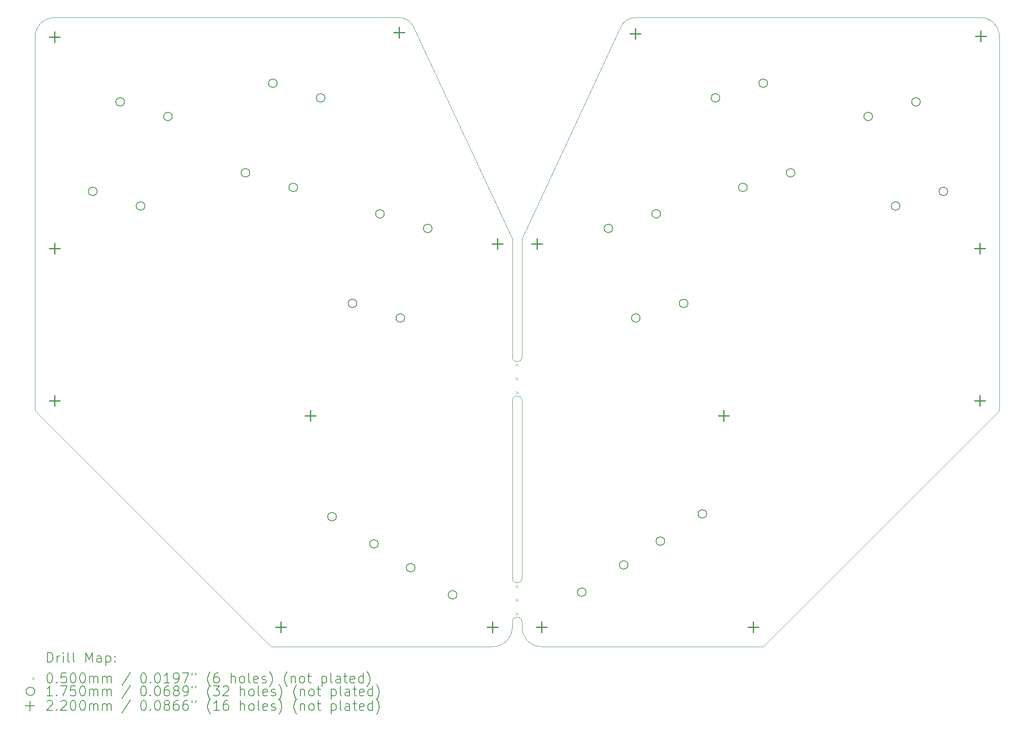
<source format=gbr>
%TF.GenerationSoftware,KiCad,Pcbnew,(6.0.10)*%
%TF.CreationDate,2023-07-31T18:03:33+01:00*%
%TF.ProjectId,magnetonekeys,6d61676e-6574-46f6-9e65-6b6579732e6b,rev?*%
%TF.SameCoordinates,Original*%
%TF.FileFunction,Drillmap*%
%TF.FilePolarity,Positive*%
%FSLAX45Y45*%
G04 Gerber Fmt 4.5, Leading zero omitted, Abs format (unit mm)*
G04 Created by KiCad (PCBNEW (6.0.10)) date 2023-07-31 18:03:33*
%MOMM*%
%LPD*%
G01*
G04 APERTURE LIST*
%ADD10C,0.100000*%
%ADD11C,0.200000*%
%ADD12C,0.050000*%
%ADD13C,0.175000*%
%ADD14C,0.220000*%
G04 APERTURE END LIST*
D10*
X15239375Y-14378687D02*
G75*
G03*
X15439375Y-14378687I100000J0D01*
G01*
X14839375Y-15778685D02*
G75*
G03*
X15239375Y-15378687I5J399995D01*
G01*
X5539375Y-3378687D02*
X5539375Y-10978688D01*
X17739375Y-2978684D02*
G75*
G03*
X17439375Y-3178687I5J-325006D01*
G01*
X15239375Y-7478687D02*
X15239375Y-9878688D01*
X5939375Y-2978687D02*
G75*
G03*
X5539375Y-3378687I0J-400000D01*
G01*
X15239375Y-15278687D02*
X15239375Y-15378687D01*
X5939375Y-2978687D02*
X12939375Y-2978687D01*
X15439375Y-10778688D02*
G75*
G03*
X15239375Y-10778688I-100000J0D01*
G01*
X15239375Y-9878688D02*
G75*
G03*
X15439375Y-9878688I100000J0D01*
G01*
X20339375Y-15778687D02*
X25139375Y-10978688D01*
X15439375Y-14378687D02*
X15439375Y-10778688D01*
X25139375Y-8578688D02*
X25139375Y-3361530D01*
X13239372Y-3178689D02*
G75*
G03*
X12939375Y-2978687I-300002J-125001D01*
G01*
X15439372Y-15378687D02*
G75*
G03*
X15839375Y-15778687I399998J-3D01*
G01*
X15839375Y-15778687D02*
X20339375Y-15778687D01*
X15439375Y-15278687D02*
G75*
G03*
X15239375Y-15278687I-100000J0D01*
G01*
X15239375Y-7478687D02*
X13239375Y-3178687D01*
X25139375Y-10978688D02*
X25139375Y-8578688D01*
X15439375Y-7478687D02*
X15439375Y-9878688D01*
X15439375Y-15278687D02*
X15439375Y-15378687D01*
X25139370Y-3361530D02*
G75*
G03*
X24739375Y-2978687I-383210J0D01*
G01*
X5539375Y-10978688D02*
X10339375Y-15778687D01*
X15239375Y-10778688D02*
X15239375Y-14378687D01*
X15439375Y-7478687D02*
X17439375Y-3178687D01*
X17739375Y-2978687D02*
X24739375Y-2978687D01*
X10339375Y-15778687D02*
X14839375Y-15778687D01*
D11*
D12*
X15314375Y-10024688D02*
X15364375Y-10074688D01*
X15364375Y-10024688D02*
X15314375Y-10074688D01*
X15314375Y-10303688D02*
X15364375Y-10353688D01*
X15364375Y-10303688D02*
X15314375Y-10353688D01*
X15314375Y-10582688D02*
X15364375Y-10632688D01*
X15364375Y-10582688D02*
X15314375Y-10632688D01*
X15314375Y-14524687D02*
X15364375Y-14574687D01*
X15364375Y-14524687D02*
X15314375Y-14574687D01*
X15314375Y-14803687D02*
X15364375Y-14853687D01*
X15364375Y-14803687D02*
X15314375Y-14853687D01*
X15314375Y-15082687D02*
X15364375Y-15132687D01*
X15364375Y-15082687D02*
X15314375Y-15132687D01*
D13*
X6800698Y-6515405D02*
G75*
G03*
X6800698Y-6515405I-87500J0D01*
G01*
X7357666Y-4693645D02*
G75*
G03*
X7357666Y-4693645I-87500J0D01*
G01*
X7772304Y-6812455D02*
G75*
G03*
X7772304Y-6812455I-87500J0D01*
G01*
X8329272Y-4990694D02*
G75*
G03*
X8329272Y-4990694I-87500J0D01*
G01*
X9904651Y-6136350D02*
G75*
G03*
X9904651Y-6136350I-87500J0D01*
G01*
X10461619Y-4314590D02*
G75*
G03*
X10461619Y-4314590I-87500J0D01*
G01*
X10876257Y-6433400D02*
G75*
G03*
X10876257Y-6433400I-87500J0D01*
G01*
X11433225Y-4611639D02*
G75*
G03*
X11433225Y-4611639I-87500J0D01*
G01*
X11664389Y-13132368D02*
G75*
G03*
X11664389Y-13132368I-87500J0D01*
G01*
X12080324Y-8793563D02*
G75*
G03*
X12080324Y-8793563I-87500J0D01*
G01*
X12516478Y-13685721D02*
G75*
G03*
X12516478Y-13685721I-87500J0D01*
G01*
X12637292Y-6971802D02*
G75*
G03*
X12637292Y-6971802I-87500J0D01*
G01*
X13051930Y-9090613D02*
G75*
G03*
X13051930Y-9090613I-87500J0D01*
G01*
X13262056Y-14169905D02*
G75*
G03*
X13262056Y-14169905I-87500J0D01*
G01*
X13608898Y-7268852D02*
G75*
G03*
X13608898Y-7268852I-87500J0D01*
G01*
X14114145Y-14723259D02*
G75*
G03*
X14114145Y-14723259I-87500J0D01*
G01*
X16739661Y-14668116D02*
G75*
G03*
X16739661Y-14668116I-87500J0D01*
G01*
X17280719Y-7268852D02*
G75*
G03*
X17280719Y-7268852I-87500J0D01*
G01*
X17591750Y-14114763D02*
G75*
G03*
X17591750Y-14114763I-87500J0D01*
G01*
X17837687Y-9090613D02*
G75*
G03*
X17837687Y-9090613I-87500J0D01*
G01*
X18252325Y-6971802D02*
G75*
G03*
X18252325Y-6971802I-87500J0D01*
G01*
X18337329Y-13630579D02*
G75*
G03*
X18337329Y-13630579I-87500J0D01*
G01*
X18809292Y-8793563D02*
G75*
G03*
X18809292Y-8793563I-87500J0D01*
G01*
X19189418Y-13077226D02*
G75*
G03*
X19189418Y-13077226I-87500J0D01*
G01*
X19456392Y-4611639D02*
G75*
G03*
X19456392Y-4611639I-87500J0D01*
G01*
X20013360Y-6433400D02*
G75*
G03*
X20013360Y-6433400I-87500J0D01*
G01*
X20427997Y-4314590D02*
G75*
G03*
X20427997Y-4314590I-87500J0D01*
G01*
X20984965Y-6136350D02*
G75*
G03*
X20984965Y-6136350I-87500J0D01*
G01*
X22560344Y-4990694D02*
G75*
G03*
X22560344Y-4990694I-87500J0D01*
G01*
X23117313Y-6812455D02*
G75*
G03*
X23117313Y-6812455I-87500J0D01*
G01*
X23531950Y-4693645D02*
G75*
G03*
X23531950Y-4693645I-87500J0D01*
G01*
X24088918Y-6515405D02*
G75*
G03*
X24088918Y-6515405I-87500J0D01*
G01*
D14*
X5939375Y-7568687D02*
X5939375Y-7788687D01*
X5829375Y-7678687D02*
X6049375Y-7678687D01*
X5939375Y-10668688D02*
X5939375Y-10888688D01*
X5829375Y-10778688D02*
X6049375Y-10778688D01*
X5939375Y-3268687D02*
X5939375Y-3488687D01*
X5829375Y-3378687D02*
X6049375Y-3378687D01*
X10539375Y-15268687D02*
X10539375Y-15488687D01*
X10429375Y-15378687D02*
X10649375Y-15378687D01*
X11139375Y-10968688D02*
X11139375Y-11188687D01*
X11029375Y-11078688D02*
X11249375Y-11078688D01*
X12939375Y-3168687D02*
X12939375Y-3388687D01*
X12829375Y-3278687D02*
X13049375Y-3278687D01*
X14839375Y-15268688D02*
X14839375Y-15488688D01*
X14729375Y-15378688D02*
X14949375Y-15378688D01*
X14939375Y-7468687D02*
X14939375Y-7688687D01*
X14829375Y-7578687D02*
X15049375Y-7578687D01*
X15739375Y-7468687D02*
X15739375Y-7688687D01*
X15629375Y-7578687D02*
X15849375Y-7578687D01*
X15839375Y-15268688D02*
X15839375Y-15488688D01*
X15729375Y-15378688D02*
X15949375Y-15378688D01*
X17739375Y-3193688D02*
X17739375Y-3413688D01*
X17629375Y-3303688D02*
X17849375Y-3303688D01*
X19539375Y-10968688D02*
X19539375Y-11188687D01*
X19429375Y-11078688D02*
X19649375Y-11078688D01*
X20139375Y-15268687D02*
X20139375Y-15488687D01*
X20029375Y-15378687D02*
X20249375Y-15378687D01*
X24739375Y-7568687D02*
X24739375Y-7788687D01*
X24629375Y-7678687D02*
X24849375Y-7678687D01*
X24739375Y-10668688D02*
X24739375Y-10888688D01*
X24629375Y-10778688D02*
X24849375Y-10778688D01*
X24756164Y-3251530D02*
X24756164Y-3471530D01*
X24646164Y-3361530D02*
X24866164Y-3361530D01*
D11*
X5791994Y-16094164D02*
X5791994Y-15894164D01*
X5839613Y-15894164D01*
X5868184Y-15903687D01*
X5887232Y-15922735D01*
X5896756Y-15941783D01*
X5906280Y-15979878D01*
X5906280Y-16008449D01*
X5896756Y-16046545D01*
X5887232Y-16065592D01*
X5868184Y-16084640D01*
X5839613Y-16094164D01*
X5791994Y-16094164D01*
X5991994Y-16094164D02*
X5991994Y-15960830D01*
X5991994Y-15998925D02*
X6001518Y-15979878D01*
X6011042Y-15970354D01*
X6030089Y-15960830D01*
X6049137Y-15960830D01*
X6115803Y-16094164D02*
X6115803Y-15960830D01*
X6115803Y-15894164D02*
X6106280Y-15903687D01*
X6115803Y-15913211D01*
X6125327Y-15903687D01*
X6115803Y-15894164D01*
X6115803Y-15913211D01*
X6239613Y-16094164D02*
X6220565Y-16084640D01*
X6211042Y-16065592D01*
X6211042Y-15894164D01*
X6344375Y-16094164D02*
X6325327Y-16084640D01*
X6315803Y-16065592D01*
X6315803Y-15894164D01*
X6572946Y-16094164D02*
X6572946Y-15894164D01*
X6639613Y-16037021D01*
X6706280Y-15894164D01*
X6706280Y-16094164D01*
X6887232Y-16094164D02*
X6887232Y-15989402D01*
X6877708Y-15970354D01*
X6858661Y-15960830D01*
X6820565Y-15960830D01*
X6801518Y-15970354D01*
X6887232Y-16084640D02*
X6868184Y-16094164D01*
X6820565Y-16094164D01*
X6801518Y-16084640D01*
X6791994Y-16065592D01*
X6791994Y-16046545D01*
X6801518Y-16027497D01*
X6820565Y-16017973D01*
X6868184Y-16017973D01*
X6887232Y-16008449D01*
X6982470Y-15960830D02*
X6982470Y-16160830D01*
X6982470Y-15970354D02*
X7001518Y-15960830D01*
X7039613Y-15960830D01*
X7058661Y-15970354D01*
X7068184Y-15979878D01*
X7077708Y-15998925D01*
X7077708Y-16056068D01*
X7068184Y-16075116D01*
X7058661Y-16084640D01*
X7039613Y-16094164D01*
X7001518Y-16094164D01*
X6982470Y-16084640D01*
X7163423Y-16075116D02*
X7172946Y-16084640D01*
X7163423Y-16094164D01*
X7153899Y-16084640D01*
X7163423Y-16075116D01*
X7163423Y-16094164D01*
X7163423Y-15970354D02*
X7172946Y-15979878D01*
X7163423Y-15989402D01*
X7153899Y-15979878D01*
X7163423Y-15970354D01*
X7163423Y-15989402D01*
D12*
X5484375Y-16398687D02*
X5534375Y-16448687D01*
X5534375Y-16398687D02*
X5484375Y-16448687D01*
D11*
X5830089Y-16314164D02*
X5849137Y-16314164D01*
X5868184Y-16323687D01*
X5877708Y-16333211D01*
X5887232Y-16352259D01*
X5896756Y-16390354D01*
X5896756Y-16437973D01*
X5887232Y-16476068D01*
X5877708Y-16495116D01*
X5868184Y-16504640D01*
X5849137Y-16514164D01*
X5830089Y-16514164D01*
X5811042Y-16504640D01*
X5801518Y-16495116D01*
X5791994Y-16476068D01*
X5782470Y-16437973D01*
X5782470Y-16390354D01*
X5791994Y-16352259D01*
X5801518Y-16333211D01*
X5811042Y-16323687D01*
X5830089Y-16314164D01*
X5982470Y-16495116D02*
X5991994Y-16504640D01*
X5982470Y-16514164D01*
X5972946Y-16504640D01*
X5982470Y-16495116D01*
X5982470Y-16514164D01*
X6172946Y-16314164D02*
X6077708Y-16314164D01*
X6068184Y-16409402D01*
X6077708Y-16399878D01*
X6096756Y-16390354D01*
X6144375Y-16390354D01*
X6163423Y-16399878D01*
X6172946Y-16409402D01*
X6182470Y-16428449D01*
X6182470Y-16476068D01*
X6172946Y-16495116D01*
X6163423Y-16504640D01*
X6144375Y-16514164D01*
X6096756Y-16514164D01*
X6077708Y-16504640D01*
X6068184Y-16495116D01*
X6306280Y-16314164D02*
X6325327Y-16314164D01*
X6344375Y-16323687D01*
X6353899Y-16333211D01*
X6363423Y-16352259D01*
X6372946Y-16390354D01*
X6372946Y-16437973D01*
X6363423Y-16476068D01*
X6353899Y-16495116D01*
X6344375Y-16504640D01*
X6325327Y-16514164D01*
X6306280Y-16514164D01*
X6287232Y-16504640D01*
X6277708Y-16495116D01*
X6268184Y-16476068D01*
X6258661Y-16437973D01*
X6258661Y-16390354D01*
X6268184Y-16352259D01*
X6277708Y-16333211D01*
X6287232Y-16323687D01*
X6306280Y-16314164D01*
X6496756Y-16314164D02*
X6515803Y-16314164D01*
X6534851Y-16323687D01*
X6544375Y-16333211D01*
X6553899Y-16352259D01*
X6563423Y-16390354D01*
X6563423Y-16437973D01*
X6553899Y-16476068D01*
X6544375Y-16495116D01*
X6534851Y-16504640D01*
X6515803Y-16514164D01*
X6496756Y-16514164D01*
X6477708Y-16504640D01*
X6468184Y-16495116D01*
X6458661Y-16476068D01*
X6449137Y-16437973D01*
X6449137Y-16390354D01*
X6458661Y-16352259D01*
X6468184Y-16333211D01*
X6477708Y-16323687D01*
X6496756Y-16314164D01*
X6649137Y-16514164D02*
X6649137Y-16380830D01*
X6649137Y-16399878D02*
X6658661Y-16390354D01*
X6677708Y-16380830D01*
X6706280Y-16380830D01*
X6725327Y-16390354D01*
X6734851Y-16409402D01*
X6734851Y-16514164D01*
X6734851Y-16409402D02*
X6744375Y-16390354D01*
X6763423Y-16380830D01*
X6791994Y-16380830D01*
X6811042Y-16390354D01*
X6820565Y-16409402D01*
X6820565Y-16514164D01*
X6915803Y-16514164D02*
X6915803Y-16380830D01*
X6915803Y-16399878D02*
X6925327Y-16390354D01*
X6944375Y-16380830D01*
X6972946Y-16380830D01*
X6991994Y-16390354D01*
X7001518Y-16409402D01*
X7001518Y-16514164D01*
X7001518Y-16409402D02*
X7011042Y-16390354D01*
X7030089Y-16380830D01*
X7058661Y-16380830D01*
X7077708Y-16390354D01*
X7087232Y-16409402D01*
X7087232Y-16514164D01*
X7477708Y-16304640D02*
X7306280Y-16561783D01*
X7734851Y-16314164D02*
X7753899Y-16314164D01*
X7772946Y-16323687D01*
X7782470Y-16333211D01*
X7791994Y-16352259D01*
X7801518Y-16390354D01*
X7801518Y-16437973D01*
X7791994Y-16476068D01*
X7782470Y-16495116D01*
X7772946Y-16504640D01*
X7753899Y-16514164D01*
X7734851Y-16514164D01*
X7715803Y-16504640D01*
X7706280Y-16495116D01*
X7696756Y-16476068D01*
X7687232Y-16437973D01*
X7687232Y-16390354D01*
X7696756Y-16352259D01*
X7706280Y-16333211D01*
X7715803Y-16323687D01*
X7734851Y-16314164D01*
X7887232Y-16495116D02*
X7896756Y-16504640D01*
X7887232Y-16514164D01*
X7877708Y-16504640D01*
X7887232Y-16495116D01*
X7887232Y-16514164D01*
X8020565Y-16314164D02*
X8039613Y-16314164D01*
X8058661Y-16323687D01*
X8068184Y-16333211D01*
X8077708Y-16352259D01*
X8087232Y-16390354D01*
X8087232Y-16437973D01*
X8077708Y-16476068D01*
X8068184Y-16495116D01*
X8058661Y-16504640D01*
X8039613Y-16514164D01*
X8020565Y-16514164D01*
X8001518Y-16504640D01*
X7991994Y-16495116D01*
X7982470Y-16476068D01*
X7972946Y-16437973D01*
X7972946Y-16390354D01*
X7982470Y-16352259D01*
X7991994Y-16333211D01*
X8001518Y-16323687D01*
X8020565Y-16314164D01*
X8277708Y-16514164D02*
X8163423Y-16514164D01*
X8220565Y-16514164D02*
X8220565Y-16314164D01*
X8201518Y-16342735D01*
X8182470Y-16361783D01*
X8163423Y-16371306D01*
X8372946Y-16514164D02*
X8411042Y-16514164D01*
X8430089Y-16504640D01*
X8439613Y-16495116D01*
X8458661Y-16466545D01*
X8468185Y-16428449D01*
X8468185Y-16352259D01*
X8458661Y-16333211D01*
X8449137Y-16323687D01*
X8430089Y-16314164D01*
X8391994Y-16314164D01*
X8372946Y-16323687D01*
X8363423Y-16333211D01*
X8353899Y-16352259D01*
X8353899Y-16399878D01*
X8363423Y-16418925D01*
X8372946Y-16428449D01*
X8391994Y-16437973D01*
X8430089Y-16437973D01*
X8449137Y-16428449D01*
X8458661Y-16418925D01*
X8468185Y-16399878D01*
X8534851Y-16314164D02*
X8668185Y-16314164D01*
X8582470Y-16514164D01*
X8734851Y-16314164D02*
X8734851Y-16352259D01*
X8811042Y-16314164D02*
X8811042Y-16352259D01*
X9106280Y-16590354D02*
X9096756Y-16580830D01*
X9077708Y-16552259D01*
X9068185Y-16533211D01*
X9058661Y-16504640D01*
X9049137Y-16457021D01*
X9049137Y-16418925D01*
X9058661Y-16371306D01*
X9068185Y-16342735D01*
X9077708Y-16323687D01*
X9096756Y-16295116D01*
X9106280Y-16285592D01*
X9268185Y-16314164D02*
X9230089Y-16314164D01*
X9211042Y-16323687D01*
X9201518Y-16333211D01*
X9182470Y-16361783D01*
X9172946Y-16399878D01*
X9172946Y-16476068D01*
X9182470Y-16495116D01*
X9191994Y-16504640D01*
X9211042Y-16514164D01*
X9249137Y-16514164D01*
X9268185Y-16504640D01*
X9277708Y-16495116D01*
X9287232Y-16476068D01*
X9287232Y-16428449D01*
X9277708Y-16409402D01*
X9268185Y-16399878D01*
X9249137Y-16390354D01*
X9211042Y-16390354D01*
X9191994Y-16399878D01*
X9182470Y-16409402D01*
X9172946Y-16428449D01*
X9525327Y-16514164D02*
X9525327Y-16314164D01*
X9611042Y-16514164D02*
X9611042Y-16409402D01*
X9601518Y-16390354D01*
X9582470Y-16380830D01*
X9553899Y-16380830D01*
X9534851Y-16390354D01*
X9525327Y-16399878D01*
X9734851Y-16514164D02*
X9715804Y-16504640D01*
X9706280Y-16495116D01*
X9696756Y-16476068D01*
X9696756Y-16418925D01*
X9706280Y-16399878D01*
X9715804Y-16390354D01*
X9734851Y-16380830D01*
X9763423Y-16380830D01*
X9782470Y-16390354D01*
X9791994Y-16399878D01*
X9801518Y-16418925D01*
X9801518Y-16476068D01*
X9791994Y-16495116D01*
X9782470Y-16504640D01*
X9763423Y-16514164D01*
X9734851Y-16514164D01*
X9915804Y-16514164D02*
X9896756Y-16504640D01*
X9887232Y-16485592D01*
X9887232Y-16314164D01*
X10068185Y-16504640D02*
X10049137Y-16514164D01*
X10011042Y-16514164D01*
X9991994Y-16504640D01*
X9982470Y-16485592D01*
X9982470Y-16409402D01*
X9991994Y-16390354D01*
X10011042Y-16380830D01*
X10049137Y-16380830D01*
X10068185Y-16390354D01*
X10077708Y-16409402D01*
X10077708Y-16428449D01*
X9982470Y-16447497D01*
X10153899Y-16504640D02*
X10172946Y-16514164D01*
X10211042Y-16514164D01*
X10230089Y-16504640D01*
X10239613Y-16485592D01*
X10239613Y-16476068D01*
X10230089Y-16457021D01*
X10211042Y-16447497D01*
X10182470Y-16447497D01*
X10163423Y-16437973D01*
X10153899Y-16418925D01*
X10153899Y-16409402D01*
X10163423Y-16390354D01*
X10182470Y-16380830D01*
X10211042Y-16380830D01*
X10230089Y-16390354D01*
X10306280Y-16590354D02*
X10315804Y-16580830D01*
X10334851Y-16552259D01*
X10344375Y-16533211D01*
X10353899Y-16504640D01*
X10363423Y-16457021D01*
X10363423Y-16418925D01*
X10353899Y-16371306D01*
X10344375Y-16342735D01*
X10334851Y-16323687D01*
X10315804Y-16295116D01*
X10306280Y-16285592D01*
X10668185Y-16590354D02*
X10658661Y-16580830D01*
X10639613Y-16552259D01*
X10630089Y-16533211D01*
X10620565Y-16504640D01*
X10611042Y-16457021D01*
X10611042Y-16418925D01*
X10620565Y-16371306D01*
X10630089Y-16342735D01*
X10639613Y-16323687D01*
X10658661Y-16295116D01*
X10668185Y-16285592D01*
X10744375Y-16380830D02*
X10744375Y-16514164D01*
X10744375Y-16399878D02*
X10753899Y-16390354D01*
X10772946Y-16380830D01*
X10801518Y-16380830D01*
X10820565Y-16390354D01*
X10830089Y-16409402D01*
X10830089Y-16514164D01*
X10953899Y-16514164D02*
X10934851Y-16504640D01*
X10925327Y-16495116D01*
X10915804Y-16476068D01*
X10915804Y-16418925D01*
X10925327Y-16399878D01*
X10934851Y-16390354D01*
X10953899Y-16380830D01*
X10982470Y-16380830D01*
X11001518Y-16390354D01*
X11011042Y-16399878D01*
X11020565Y-16418925D01*
X11020565Y-16476068D01*
X11011042Y-16495116D01*
X11001518Y-16504640D01*
X10982470Y-16514164D01*
X10953899Y-16514164D01*
X11077708Y-16380830D02*
X11153899Y-16380830D01*
X11106280Y-16314164D02*
X11106280Y-16485592D01*
X11115804Y-16504640D01*
X11134851Y-16514164D01*
X11153899Y-16514164D01*
X11372946Y-16380830D02*
X11372946Y-16580830D01*
X11372946Y-16390354D02*
X11391994Y-16380830D01*
X11430089Y-16380830D01*
X11449137Y-16390354D01*
X11458661Y-16399878D01*
X11468184Y-16418925D01*
X11468184Y-16476068D01*
X11458661Y-16495116D01*
X11449137Y-16504640D01*
X11430089Y-16514164D01*
X11391994Y-16514164D01*
X11372946Y-16504640D01*
X11582470Y-16514164D02*
X11563423Y-16504640D01*
X11553899Y-16485592D01*
X11553899Y-16314164D01*
X11744375Y-16514164D02*
X11744375Y-16409402D01*
X11734851Y-16390354D01*
X11715803Y-16380830D01*
X11677708Y-16380830D01*
X11658661Y-16390354D01*
X11744375Y-16504640D02*
X11725327Y-16514164D01*
X11677708Y-16514164D01*
X11658661Y-16504640D01*
X11649137Y-16485592D01*
X11649137Y-16466545D01*
X11658661Y-16447497D01*
X11677708Y-16437973D01*
X11725327Y-16437973D01*
X11744375Y-16428449D01*
X11811042Y-16380830D02*
X11887232Y-16380830D01*
X11839613Y-16314164D02*
X11839613Y-16485592D01*
X11849137Y-16504640D01*
X11868184Y-16514164D01*
X11887232Y-16514164D01*
X12030089Y-16504640D02*
X12011042Y-16514164D01*
X11972946Y-16514164D01*
X11953899Y-16504640D01*
X11944375Y-16485592D01*
X11944375Y-16409402D01*
X11953899Y-16390354D01*
X11972946Y-16380830D01*
X12011042Y-16380830D01*
X12030089Y-16390354D01*
X12039613Y-16409402D01*
X12039613Y-16428449D01*
X11944375Y-16447497D01*
X12211042Y-16514164D02*
X12211042Y-16314164D01*
X12211042Y-16504640D02*
X12191994Y-16514164D01*
X12153899Y-16514164D01*
X12134851Y-16504640D01*
X12125327Y-16495116D01*
X12115803Y-16476068D01*
X12115803Y-16418925D01*
X12125327Y-16399878D01*
X12134851Y-16390354D01*
X12153899Y-16380830D01*
X12191994Y-16380830D01*
X12211042Y-16390354D01*
X12287232Y-16590354D02*
X12296756Y-16580830D01*
X12315803Y-16552259D01*
X12325327Y-16533211D01*
X12334851Y-16504640D01*
X12344375Y-16457021D01*
X12344375Y-16418925D01*
X12334851Y-16371306D01*
X12325327Y-16342735D01*
X12315803Y-16323687D01*
X12296756Y-16295116D01*
X12287232Y-16285592D01*
D13*
X5534375Y-16687687D02*
G75*
G03*
X5534375Y-16687687I-87500J0D01*
G01*
D11*
X5896756Y-16778164D02*
X5782470Y-16778164D01*
X5839613Y-16778164D02*
X5839613Y-16578164D01*
X5820565Y-16606735D01*
X5801518Y-16625783D01*
X5782470Y-16635306D01*
X5982470Y-16759116D02*
X5991994Y-16768640D01*
X5982470Y-16778164D01*
X5972946Y-16768640D01*
X5982470Y-16759116D01*
X5982470Y-16778164D01*
X6058661Y-16578164D02*
X6191994Y-16578164D01*
X6106280Y-16778164D01*
X6363423Y-16578164D02*
X6268184Y-16578164D01*
X6258661Y-16673402D01*
X6268184Y-16663878D01*
X6287232Y-16654354D01*
X6334851Y-16654354D01*
X6353899Y-16663878D01*
X6363423Y-16673402D01*
X6372946Y-16692449D01*
X6372946Y-16740068D01*
X6363423Y-16759116D01*
X6353899Y-16768640D01*
X6334851Y-16778164D01*
X6287232Y-16778164D01*
X6268184Y-16768640D01*
X6258661Y-16759116D01*
X6496756Y-16578164D02*
X6515803Y-16578164D01*
X6534851Y-16587687D01*
X6544375Y-16597211D01*
X6553899Y-16616259D01*
X6563423Y-16654354D01*
X6563423Y-16701973D01*
X6553899Y-16740068D01*
X6544375Y-16759116D01*
X6534851Y-16768640D01*
X6515803Y-16778164D01*
X6496756Y-16778164D01*
X6477708Y-16768640D01*
X6468184Y-16759116D01*
X6458661Y-16740068D01*
X6449137Y-16701973D01*
X6449137Y-16654354D01*
X6458661Y-16616259D01*
X6468184Y-16597211D01*
X6477708Y-16587687D01*
X6496756Y-16578164D01*
X6649137Y-16778164D02*
X6649137Y-16644830D01*
X6649137Y-16663878D02*
X6658661Y-16654354D01*
X6677708Y-16644830D01*
X6706280Y-16644830D01*
X6725327Y-16654354D01*
X6734851Y-16673402D01*
X6734851Y-16778164D01*
X6734851Y-16673402D02*
X6744375Y-16654354D01*
X6763423Y-16644830D01*
X6791994Y-16644830D01*
X6811042Y-16654354D01*
X6820565Y-16673402D01*
X6820565Y-16778164D01*
X6915803Y-16778164D02*
X6915803Y-16644830D01*
X6915803Y-16663878D02*
X6925327Y-16654354D01*
X6944375Y-16644830D01*
X6972946Y-16644830D01*
X6991994Y-16654354D01*
X7001518Y-16673402D01*
X7001518Y-16778164D01*
X7001518Y-16673402D02*
X7011042Y-16654354D01*
X7030089Y-16644830D01*
X7058661Y-16644830D01*
X7077708Y-16654354D01*
X7087232Y-16673402D01*
X7087232Y-16778164D01*
X7477708Y-16568640D02*
X7306280Y-16825783D01*
X7734851Y-16578164D02*
X7753899Y-16578164D01*
X7772946Y-16587687D01*
X7782470Y-16597211D01*
X7791994Y-16616259D01*
X7801518Y-16654354D01*
X7801518Y-16701973D01*
X7791994Y-16740068D01*
X7782470Y-16759116D01*
X7772946Y-16768640D01*
X7753899Y-16778164D01*
X7734851Y-16778164D01*
X7715803Y-16768640D01*
X7706280Y-16759116D01*
X7696756Y-16740068D01*
X7687232Y-16701973D01*
X7687232Y-16654354D01*
X7696756Y-16616259D01*
X7706280Y-16597211D01*
X7715803Y-16587687D01*
X7734851Y-16578164D01*
X7887232Y-16759116D02*
X7896756Y-16768640D01*
X7887232Y-16778164D01*
X7877708Y-16768640D01*
X7887232Y-16759116D01*
X7887232Y-16778164D01*
X8020565Y-16578164D02*
X8039613Y-16578164D01*
X8058661Y-16587687D01*
X8068184Y-16597211D01*
X8077708Y-16616259D01*
X8087232Y-16654354D01*
X8087232Y-16701973D01*
X8077708Y-16740068D01*
X8068184Y-16759116D01*
X8058661Y-16768640D01*
X8039613Y-16778164D01*
X8020565Y-16778164D01*
X8001518Y-16768640D01*
X7991994Y-16759116D01*
X7982470Y-16740068D01*
X7972946Y-16701973D01*
X7972946Y-16654354D01*
X7982470Y-16616259D01*
X7991994Y-16597211D01*
X8001518Y-16587687D01*
X8020565Y-16578164D01*
X8258661Y-16578164D02*
X8220565Y-16578164D01*
X8201518Y-16587687D01*
X8191994Y-16597211D01*
X8172946Y-16625783D01*
X8163423Y-16663878D01*
X8163423Y-16740068D01*
X8172946Y-16759116D01*
X8182470Y-16768640D01*
X8201518Y-16778164D01*
X8239613Y-16778164D01*
X8258661Y-16768640D01*
X8268184Y-16759116D01*
X8277708Y-16740068D01*
X8277708Y-16692449D01*
X8268184Y-16673402D01*
X8258661Y-16663878D01*
X8239613Y-16654354D01*
X8201518Y-16654354D01*
X8182470Y-16663878D01*
X8172946Y-16673402D01*
X8163423Y-16692449D01*
X8391994Y-16663878D02*
X8372946Y-16654354D01*
X8363423Y-16644830D01*
X8353899Y-16625783D01*
X8353899Y-16616259D01*
X8363423Y-16597211D01*
X8372946Y-16587687D01*
X8391994Y-16578164D01*
X8430089Y-16578164D01*
X8449137Y-16587687D01*
X8458661Y-16597211D01*
X8468185Y-16616259D01*
X8468185Y-16625783D01*
X8458661Y-16644830D01*
X8449137Y-16654354D01*
X8430089Y-16663878D01*
X8391994Y-16663878D01*
X8372946Y-16673402D01*
X8363423Y-16682925D01*
X8353899Y-16701973D01*
X8353899Y-16740068D01*
X8363423Y-16759116D01*
X8372946Y-16768640D01*
X8391994Y-16778164D01*
X8430089Y-16778164D01*
X8449137Y-16768640D01*
X8458661Y-16759116D01*
X8468185Y-16740068D01*
X8468185Y-16701973D01*
X8458661Y-16682925D01*
X8449137Y-16673402D01*
X8430089Y-16663878D01*
X8563423Y-16778164D02*
X8601518Y-16778164D01*
X8620565Y-16768640D01*
X8630089Y-16759116D01*
X8649137Y-16730545D01*
X8658661Y-16692449D01*
X8658661Y-16616259D01*
X8649137Y-16597211D01*
X8639613Y-16587687D01*
X8620565Y-16578164D01*
X8582470Y-16578164D01*
X8563423Y-16587687D01*
X8553899Y-16597211D01*
X8544375Y-16616259D01*
X8544375Y-16663878D01*
X8553899Y-16682925D01*
X8563423Y-16692449D01*
X8582470Y-16701973D01*
X8620565Y-16701973D01*
X8639613Y-16692449D01*
X8649137Y-16682925D01*
X8658661Y-16663878D01*
X8734851Y-16578164D02*
X8734851Y-16616259D01*
X8811042Y-16578164D02*
X8811042Y-16616259D01*
X9106280Y-16854354D02*
X9096756Y-16844830D01*
X9077708Y-16816259D01*
X9068185Y-16797211D01*
X9058661Y-16768640D01*
X9049137Y-16721021D01*
X9049137Y-16682925D01*
X9058661Y-16635306D01*
X9068185Y-16606735D01*
X9077708Y-16587687D01*
X9096756Y-16559116D01*
X9106280Y-16549592D01*
X9163423Y-16578164D02*
X9287232Y-16578164D01*
X9220565Y-16654354D01*
X9249137Y-16654354D01*
X9268185Y-16663878D01*
X9277708Y-16673402D01*
X9287232Y-16692449D01*
X9287232Y-16740068D01*
X9277708Y-16759116D01*
X9268185Y-16768640D01*
X9249137Y-16778164D01*
X9191994Y-16778164D01*
X9172946Y-16768640D01*
X9163423Y-16759116D01*
X9363423Y-16597211D02*
X9372946Y-16587687D01*
X9391994Y-16578164D01*
X9439613Y-16578164D01*
X9458661Y-16587687D01*
X9468185Y-16597211D01*
X9477708Y-16616259D01*
X9477708Y-16635306D01*
X9468185Y-16663878D01*
X9353899Y-16778164D01*
X9477708Y-16778164D01*
X9715804Y-16778164D02*
X9715804Y-16578164D01*
X9801518Y-16778164D02*
X9801518Y-16673402D01*
X9791994Y-16654354D01*
X9772946Y-16644830D01*
X9744375Y-16644830D01*
X9725327Y-16654354D01*
X9715804Y-16663878D01*
X9925327Y-16778164D02*
X9906280Y-16768640D01*
X9896756Y-16759116D01*
X9887232Y-16740068D01*
X9887232Y-16682925D01*
X9896756Y-16663878D01*
X9906280Y-16654354D01*
X9925327Y-16644830D01*
X9953899Y-16644830D01*
X9972946Y-16654354D01*
X9982470Y-16663878D01*
X9991994Y-16682925D01*
X9991994Y-16740068D01*
X9982470Y-16759116D01*
X9972946Y-16768640D01*
X9953899Y-16778164D01*
X9925327Y-16778164D01*
X10106280Y-16778164D02*
X10087232Y-16768640D01*
X10077708Y-16749592D01*
X10077708Y-16578164D01*
X10258661Y-16768640D02*
X10239613Y-16778164D01*
X10201518Y-16778164D01*
X10182470Y-16768640D01*
X10172946Y-16749592D01*
X10172946Y-16673402D01*
X10182470Y-16654354D01*
X10201518Y-16644830D01*
X10239613Y-16644830D01*
X10258661Y-16654354D01*
X10268185Y-16673402D01*
X10268185Y-16692449D01*
X10172946Y-16711497D01*
X10344375Y-16768640D02*
X10363423Y-16778164D01*
X10401518Y-16778164D01*
X10420565Y-16768640D01*
X10430089Y-16749592D01*
X10430089Y-16740068D01*
X10420565Y-16721021D01*
X10401518Y-16711497D01*
X10372946Y-16711497D01*
X10353899Y-16701973D01*
X10344375Y-16682925D01*
X10344375Y-16673402D01*
X10353899Y-16654354D01*
X10372946Y-16644830D01*
X10401518Y-16644830D01*
X10420565Y-16654354D01*
X10496756Y-16854354D02*
X10506280Y-16844830D01*
X10525327Y-16816259D01*
X10534851Y-16797211D01*
X10544375Y-16768640D01*
X10553899Y-16721021D01*
X10553899Y-16682925D01*
X10544375Y-16635306D01*
X10534851Y-16606735D01*
X10525327Y-16587687D01*
X10506280Y-16559116D01*
X10496756Y-16549592D01*
X10858661Y-16854354D02*
X10849137Y-16844830D01*
X10830089Y-16816259D01*
X10820565Y-16797211D01*
X10811042Y-16768640D01*
X10801518Y-16721021D01*
X10801518Y-16682925D01*
X10811042Y-16635306D01*
X10820565Y-16606735D01*
X10830089Y-16587687D01*
X10849137Y-16559116D01*
X10858661Y-16549592D01*
X10934851Y-16644830D02*
X10934851Y-16778164D01*
X10934851Y-16663878D02*
X10944375Y-16654354D01*
X10963423Y-16644830D01*
X10991994Y-16644830D01*
X11011042Y-16654354D01*
X11020565Y-16673402D01*
X11020565Y-16778164D01*
X11144375Y-16778164D02*
X11125327Y-16768640D01*
X11115804Y-16759116D01*
X11106280Y-16740068D01*
X11106280Y-16682925D01*
X11115804Y-16663878D01*
X11125327Y-16654354D01*
X11144375Y-16644830D01*
X11172946Y-16644830D01*
X11191994Y-16654354D01*
X11201518Y-16663878D01*
X11211042Y-16682925D01*
X11211042Y-16740068D01*
X11201518Y-16759116D01*
X11191994Y-16768640D01*
X11172946Y-16778164D01*
X11144375Y-16778164D01*
X11268184Y-16644830D02*
X11344375Y-16644830D01*
X11296756Y-16578164D02*
X11296756Y-16749592D01*
X11306280Y-16768640D01*
X11325327Y-16778164D01*
X11344375Y-16778164D01*
X11563423Y-16644830D02*
X11563423Y-16844830D01*
X11563423Y-16654354D02*
X11582470Y-16644830D01*
X11620565Y-16644830D01*
X11639613Y-16654354D01*
X11649137Y-16663878D01*
X11658661Y-16682925D01*
X11658661Y-16740068D01*
X11649137Y-16759116D01*
X11639613Y-16768640D01*
X11620565Y-16778164D01*
X11582470Y-16778164D01*
X11563423Y-16768640D01*
X11772946Y-16778164D02*
X11753899Y-16768640D01*
X11744375Y-16749592D01*
X11744375Y-16578164D01*
X11934851Y-16778164D02*
X11934851Y-16673402D01*
X11925327Y-16654354D01*
X11906280Y-16644830D01*
X11868184Y-16644830D01*
X11849137Y-16654354D01*
X11934851Y-16768640D02*
X11915803Y-16778164D01*
X11868184Y-16778164D01*
X11849137Y-16768640D01*
X11839613Y-16749592D01*
X11839613Y-16730545D01*
X11849137Y-16711497D01*
X11868184Y-16701973D01*
X11915803Y-16701973D01*
X11934851Y-16692449D01*
X12001518Y-16644830D02*
X12077708Y-16644830D01*
X12030089Y-16578164D02*
X12030089Y-16749592D01*
X12039613Y-16768640D01*
X12058661Y-16778164D01*
X12077708Y-16778164D01*
X12220565Y-16768640D02*
X12201518Y-16778164D01*
X12163423Y-16778164D01*
X12144375Y-16768640D01*
X12134851Y-16749592D01*
X12134851Y-16673402D01*
X12144375Y-16654354D01*
X12163423Y-16644830D01*
X12201518Y-16644830D01*
X12220565Y-16654354D01*
X12230089Y-16673402D01*
X12230089Y-16692449D01*
X12134851Y-16711497D01*
X12401518Y-16778164D02*
X12401518Y-16578164D01*
X12401518Y-16768640D02*
X12382470Y-16778164D01*
X12344375Y-16778164D01*
X12325327Y-16768640D01*
X12315803Y-16759116D01*
X12306280Y-16740068D01*
X12306280Y-16682925D01*
X12315803Y-16663878D01*
X12325327Y-16654354D01*
X12344375Y-16644830D01*
X12382470Y-16644830D01*
X12401518Y-16654354D01*
X12477708Y-16854354D02*
X12487232Y-16844830D01*
X12506280Y-16816259D01*
X12515803Y-16797211D01*
X12525327Y-16768640D01*
X12534851Y-16721021D01*
X12534851Y-16682925D01*
X12525327Y-16635306D01*
X12515803Y-16606735D01*
X12506280Y-16587687D01*
X12487232Y-16559116D01*
X12477708Y-16549592D01*
X5434375Y-16882688D02*
X5434375Y-17082688D01*
X5334375Y-16982688D02*
X5534375Y-16982688D01*
X5782470Y-16892211D02*
X5791994Y-16882688D01*
X5811042Y-16873164D01*
X5858661Y-16873164D01*
X5877708Y-16882688D01*
X5887232Y-16892211D01*
X5896756Y-16911259D01*
X5896756Y-16930307D01*
X5887232Y-16958878D01*
X5772946Y-17073164D01*
X5896756Y-17073164D01*
X5982470Y-17054116D02*
X5991994Y-17063640D01*
X5982470Y-17073164D01*
X5972946Y-17063640D01*
X5982470Y-17054116D01*
X5982470Y-17073164D01*
X6068184Y-16892211D02*
X6077708Y-16882688D01*
X6096756Y-16873164D01*
X6144375Y-16873164D01*
X6163423Y-16882688D01*
X6172946Y-16892211D01*
X6182470Y-16911259D01*
X6182470Y-16930307D01*
X6172946Y-16958878D01*
X6058661Y-17073164D01*
X6182470Y-17073164D01*
X6306280Y-16873164D02*
X6325327Y-16873164D01*
X6344375Y-16882688D01*
X6353899Y-16892211D01*
X6363423Y-16911259D01*
X6372946Y-16949354D01*
X6372946Y-16996973D01*
X6363423Y-17035068D01*
X6353899Y-17054116D01*
X6344375Y-17063640D01*
X6325327Y-17073164D01*
X6306280Y-17073164D01*
X6287232Y-17063640D01*
X6277708Y-17054116D01*
X6268184Y-17035068D01*
X6258661Y-16996973D01*
X6258661Y-16949354D01*
X6268184Y-16911259D01*
X6277708Y-16892211D01*
X6287232Y-16882688D01*
X6306280Y-16873164D01*
X6496756Y-16873164D02*
X6515803Y-16873164D01*
X6534851Y-16882688D01*
X6544375Y-16892211D01*
X6553899Y-16911259D01*
X6563423Y-16949354D01*
X6563423Y-16996973D01*
X6553899Y-17035068D01*
X6544375Y-17054116D01*
X6534851Y-17063640D01*
X6515803Y-17073164D01*
X6496756Y-17073164D01*
X6477708Y-17063640D01*
X6468184Y-17054116D01*
X6458661Y-17035068D01*
X6449137Y-16996973D01*
X6449137Y-16949354D01*
X6458661Y-16911259D01*
X6468184Y-16892211D01*
X6477708Y-16882688D01*
X6496756Y-16873164D01*
X6649137Y-17073164D02*
X6649137Y-16939830D01*
X6649137Y-16958878D02*
X6658661Y-16949354D01*
X6677708Y-16939830D01*
X6706280Y-16939830D01*
X6725327Y-16949354D01*
X6734851Y-16968402D01*
X6734851Y-17073164D01*
X6734851Y-16968402D02*
X6744375Y-16949354D01*
X6763423Y-16939830D01*
X6791994Y-16939830D01*
X6811042Y-16949354D01*
X6820565Y-16968402D01*
X6820565Y-17073164D01*
X6915803Y-17073164D02*
X6915803Y-16939830D01*
X6915803Y-16958878D02*
X6925327Y-16949354D01*
X6944375Y-16939830D01*
X6972946Y-16939830D01*
X6991994Y-16949354D01*
X7001518Y-16968402D01*
X7001518Y-17073164D01*
X7001518Y-16968402D02*
X7011042Y-16949354D01*
X7030089Y-16939830D01*
X7058661Y-16939830D01*
X7077708Y-16949354D01*
X7087232Y-16968402D01*
X7087232Y-17073164D01*
X7477708Y-16863640D02*
X7306280Y-17120783D01*
X7734851Y-16873164D02*
X7753899Y-16873164D01*
X7772946Y-16882688D01*
X7782470Y-16892211D01*
X7791994Y-16911259D01*
X7801518Y-16949354D01*
X7801518Y-16996973D01*
X7791994Y-17035068D01*
X7782470Y-17054116D01*
X7772946Y-17063640D01*
X7753899Y-17073164D01*
X7734851Y-17073164D01*
X7715803Y-17063640D01*
X7706280Y-17054116D01*
X7696756Y-17035068D01*
X7687232Y-16996973D01*
X7687232Y-16949354D01*
X7696756Y-16911259D01*
X7706280Y-16892211D01*
X7715803Y-16882688D01*
X7734851Y-16873164D01*
X7887232Y-17054116D02*
X7896756Y-17063640D01*
X7887232Y-17073164D01*
X7877708Y-17063640D01*
X7887232Y-17054116D01*
X7887232Y-17073164D01*
X8020565Y-16873164D02*
X8039613Y-16873164D01*
X8058661Y-16882688D01*
X8068184Y-16892211D01*
X8077708Y-16911259D01*
X8087232Y-16949354D01*
X8087232Y-16996973D01*
X8077708Y-17035068D01*
X8068184Y-17054116D01*
X8058661Y-17063640D01*
X8039613Y-17073164D01*
X8020565Y-17073164D01*
X8001518Y-17063640D01*
X7991994Y-17054116D01*
X7982470Y-17035068D01*
X7972946Y-16996973D01*
X7972946Y-16949354D01*
X7982470Y-16911259D01*
X7991994Y-16892211D01*
X8001518Y-16882688D01*
X8020565Y-16873164D01*
X8201518Y-16958878D02*
X8182470Y-16949354D01*
X8172946Y-16939830D01*
X8163423Y-16920783D01*
X8163423Y-16911259D01*
X8172946Y-16892211D01*
X8182470Y-16882688D01*
X8201518Y-16873164D01*
X8239613Y-16873164D01*
X8258661Y-16882688D01*
X8268184Y-16892211D01*
X8277708Y-16911259D01*
X8277708Y-16920783D01*
X8268184Y-16939830D01*
X8258661Y-16949354D01*
X8239613Y-16958878D01*
X8201518Y-16958878D01*
X8182470Y-16968402D01*
X8172946Y-16977926D01*
X8163423Y-16996973D01*
X8163423Y-17035068D01*
X8172946Y-17054116D01*
X8182470Y-17063640D01*
X8201518Y-17073164D01*
X8239613Y-17073164D01*
X8258661Y-17063640D01*
X8268184Y-17054116D01*
X8277708Y-17035068D01*
X8277708Y-16996973D01*
X8268184Y-16977926D01*
X8258661Y-16968402D01*
X8239613Y-16958878D01*
X8449137Y-16873164D02*
X8411042Y-16873164D01*
X8391994Y-16882688D01*
X8382470Y-16892211D01*
X8363423Y-16920783D01*
X8353899Y-16958878D01*
X8353899Y-17035068D01*
X8363423Y-17054116D01*
X8372946Y-17063640D01*
X8391994Y-17073164D01*
X8430089Y-17073164D01*
X8449137Y-17063640D01*
X8458661Y-17054116D01*
X8468185Y-17035068D01*
X8468185Y-16987449D01*
X8458661Y-16968402D01*
X8449137Y-16958878D01*
X8430089Y-16949354D01*
X8391994Y-16949354D01*
X8372946Y-16958878D01*
X8363423Y-16968402D01*
X8353899Y-16987449D01*
X8639613Y-16873164D02*
X8601518Y-16873164D01*
X8582470Y-16882688D01*
X8572946Y-16892211D01*
X8553899Y-16920783D01*
X8544375Y-16958878D01*
X8544375Y-17035068D01*
X8553899Y-17054116D01*
X8563423Y-17063640D01*
X8582470Y-17073164D01*
X8620565Y-17073164D01*
X8639613Y-17063640D01*
X8649137Y-17054116D01*
X8658661Y-17035068D01*
X8658661Y-16987449D01*
X8649137Y-16968402D01*
X8639613Y-16958878D01*
X8620565Y-16949354D01*
X8582470Y-16949354D01*
X8563423Y-16958878D01*
X8553899Y-16968402D01*
X8544375Y-16987449D01*
X8734851Y-16873164D02*
X8734851Y-16911259D01*
X8811042Y-16873164D02*
X8811042Y-16911259D01*
X9106280Y-17149354D02*
X9096756Y-17139830D01*
X9077708Y-17111259D01*
X9068185Y-17092211D01*
X9058661Y-17063640D01*
X9049137Y-17016021D01*
X9049137Y-16977926D01*
X9058661Y-16930307D01*
X9068185Y-16901735D01*
X9077708Y-16882688D01*
X9096756Y-16854116D01*
X9106280Y-16844592D01*
X9287232Y-17073164D02*
X9172946Y-17073164D01*
X9230089Y-17073164D02*
X9230089Y-16873164D01*
X9211042Y-16901735D01*
X9191994Y-16920783D01*
X9172946Y-16930307D01*
X9458661Y-16873164D02*
X9420565Y-16873164D01*
X9401518Y-16882688D01*
X9391994Y-16892211D01*
X9372946Y-16920783D01*
X9363423Y-16958878D01*
X9363423Y-17035068D01*
X9372946Y-17054116D01*
X9382470Y-17063640D01*
X9401518Y-17073164D01*
X9439613Y-17073164D01*
X9458661Y-17063640D01*
X9468185Y-17054116D01*
X9477708Y-17035068D01*
X9477708Y-16987449D01*
X9468185Y-16968402D01*
X9458661Y-16958878D01*
X9439613Y-16949354D01*
X9401518Y-16949354D01*
X9382470Y-16958878D01*
X9372946Y-16968402D01*
X9363423Y-16987449D01*
X9715804Y-17073164D02*
X9715804Y-16873164D01*
X9801518Y-17073164D02*
X9801518Y-16968402D01*
X9791994Y-16949354D01*
X9772946Y-16939830D01*
X9744375Y-16939830D01*
X9725327Y-16949354D01*
X9715804Y-16958878D01*
X9925327Y-17073164D02*
X9906280Y-17063640D01*
X9896756Y-17054116D01*
X9887232Y-17035068D01*
X9887232Y-16977926D01*
X9896756Y-16958878D01*
X9906280Y-16949354D01*
X9925327Y-16939830D01*
X9953899Y-16939830D01*
X9972946Y-16949354D01*
X9982470Y-16958878D01*
X9991994Y-16977926D01*
X9991994Y-17035068D01*
X9982470Y-17054116D01*
X9972946Y-17063640D01*
X9953899Y-17073164D01*
X9925327Y-17073164D01*
X10106280Y-17073164D02*
X10087232Y-17063640D01*
X10077708Y-17044592D01*
X10077708Y-16873164D01*
X10258661Y-17063640D02*
X10239613Y-17073164D01*
X10201518Y-17073164D01*
X10182470Y-17063640D01*
X10172946Y-17044592D01*
X10172946Y-16968402D01*
X10182470Y-16949354D01*
X10201518Y-16939830D01*
X10239613Y-16939830D01*
X10258661Y-16949354D01*
X10268185Y-16968402D01*
X10268185Y-16987449D01*
X10172946Y-17006497D01*
X10344375Y-17063640D02*
X10363423Y-17073164D01*
X10401518Y-17073164D01*
X10420565Y-17063640D01*
X10430089Y-17044592D01*
X10430089Y-17035068D01*
X10420565Y-17016021D01*
X10401518Y-17006497D01*
X10372946Y-17006497D01*
X10353899Y-16996973D01*
X10344375Y-16977926D01*
X10344375Y-16968402D01*
X10353899Y-16949354D01*
X10372946Y-16939830D01*
X10401518Y-16939830D01*
X10420565Y-16949354D01*
X10496756Y-17149354D02*
X10506280Y-17139830D01*
X10525327Y-17111259D01*
X10534851Y-17092211D01*
X10544375Y-17063640D01*
X10553899Y-17016021D01*
X10553899Y-16977926D01*
X10544375Y-16930307D01*
X10534851Y-16901735D01*
X10525327Y-16882688D01*
X10506280Y-16854116D01*
X10496756Y-16844592D01*
X10858661Y-17149354D02*
X10849137Y-17139830D01*
X10830089Y-17111259D01*
X10820565Y-17092211D01*
X10811042Y-17063640D01*
X10801518Y-17016021D01*
X10801518Y-16977926D01*
X10811042Y-16930307D01*
X10820565Y-16901735D01*
X10830089Y-16882688D01*
X10849137Y-16854116D01*
X10858661Y-16844592D01*
X10934851Y-16939830D02*
X10934851Y-17073164D01*
X10934851Y-16958878D02*
X10944375Y-16949354D01*
X10963423Y-16939830D01*
X10991994Y-16939830D01*
X11011042Y-16949354D01*
X11020565Y-16968402D01*
X11020565Y-17073164D01*
X11144375Y-17073164D02*
X11125327Y-17063640D01*
X11115804Y-17054116D01*
X11106280Y-17035068D01*
X11106280Y-16977926D01*
X11115804Y-16958878D01*
X11125327Y-16949354D01*
X11144375Y-16939830D01*
X11172946Y-16939830D01*
X11191994Y-16949354D01*
X11201518Y-16958878D01*
X11211042Y-16977926D01*
X11211042Y-17035068D01*
X11201518Y-17054116D01*
X11191994Y-17063640D01*
X11172946Y-17073164D01*
X11144375Y-17073164D01*
X11268184Y-16939830D02*
X11344375Y-16939830D01*
X11296756Y-16873164D02*
X11296756Y-17044592D01*
X11306280Y-17063640D01*
X11325327Y-17073164D01*
X11344375Y-17073164D01*
X11563423Y-16939830D02*
X11563423Y-17139830D01*
X11563423Y-16949354D02*
X11582470Y-16939830D01*
X11620565Y-16939830D01*
X11639613Y-16949354D01*
X11649137Y-16958878D01*
X11658661Y-16977926D01*
X11658661Y-17035068D01*
X11649137Y-17054116D01*
X11639613Y-17063640D01*
X11620565Y-17073164D01*
X11582470Y-17073164D01*
X11563423Y-17063640D01*
X11772946Y-17073164D02*
X11753899Y-17063640D01*
X11744375Y-17044592D01*
X11744375Y-16873164D01*
X11934851Y-17073164D02*
X11934851Y-16968402D01*
X11925327Y-16949354D01*
X11906280Y-16939830D01*
X11868184Y-16939830D01*
X11849137Y-16949354D01*
X11934851Y-17063640D02*
X11915803Y-17073164D01*
X11868184Y-17073164D01*
X11849137Y-17063640D01*
X11839613Y-17044592D01*
X11839613Y-17025545D01*
X11849137Y-17006497D01*
X11868184Y-16996973D01*
X11915803Y-16996973D01*
X11934851Y-16987449D01*
X12001518Y-16939830D02*
X12077708Y-16939830D01*
X12030089Y-16873164D02*
X12030089Y-17044592D01*
X12039613Y-17063640D01*
X12058661Y-17073164D01*
X12077708Y-17073164D01*
X12220565Y-17063640D02*
X12201518Y-17073164D01*
X12163423Y-17073164D01*
X12144375Y-17063640D01*
X12134851Y-17044592D01*
X12134851Y-16968402D01*
X12144375Y-16949354D01*
X12163423Y-16939830D01*
X12201518Y-16939830D01*
X12220565Y-16949354D01*
X12230089Y-16968402D01*
X12230089Y-16987449D01*
X12134851Y-17006497D01*
X12401518Y-17073164D02*
X12401518Y-16873164D01*
X12401518Y-17063640D02*
X12382470Y-17073164D01*
X12344375Y-17073164D01*
X12325327Y-17063640D01*
X12315803Y-17054116D01*
X12306280Y-17035068D01*
X12306280Y-16977926D01*
X12315803Y-16958878D01*
X12325327Y-16949354D01*
X12344375Y-16939830D01*
X12382470Y-16939830D01*
X12401518Y-16949354D01*
X12477708Y-17149354D02*
X12487232Y-17139830D01*
X12506280Y-17111259D01*
X12515803Y-17092211D01*
X12525327Y-17063640D01*
X12534851Y-17016021D01*
X12534851Y-16977926D01*
X12525327Y-16930307D01*
X12515803Y-16901735D01*
X12506280Y-16882688D01*
X12487232Y-16854116D01*
X12477708Y-16844592D01*
M02*

</source>
